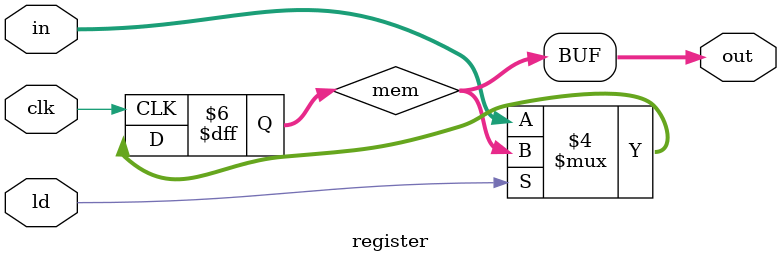
<source format=v>
module register(in,ld,clk,out);
  input [3:0] in;
  input ld;
  input clk;
  output [3:0] out;

  reg [3:0] mem;
  always @(posedge clk) begin
    if (ld==0) begin
      mem = in;
    end 
    else begin
      mem = mem;
    end
  end
  assign out = mem;

endmodule
</source>
